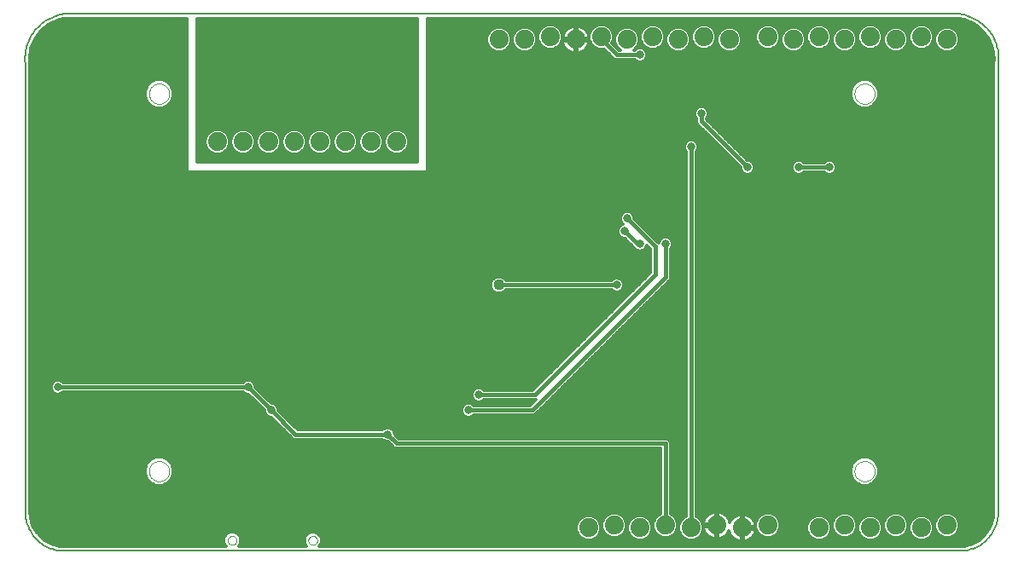
<source format=gbl>
G75*
%MOIN*%
%OFA0B0*%
%FSLAX24Y24*%
%IPPOS*%
%LPD*%
%AMOC8*
5,1,8,0,0,1.08239X$1,22.5*
%
%ADD10C,0.0050*%
%ADD11C,0.0000*%
%ADD12C,0.0740*%
%ADD13C,0.0160*%
%ADD14C,0.0330*%
%ADD15C,0.0436*%
%ADD16C,0.0120*%
D10*
X016260Y007643D02*
X016260Y025143D01*
X016250Y025224D01*
X016244Y025306D01*
X016242Y025387D01*
X016244Y025469D01*
X016249Y025550D01*
X016258Y025631D01*
X016271Y025712D01*
X016288Y025792D01*
X016308Y025871D01*
X016332Y025949D01*
X016359Y026026D01*
X016390Y026102D01*
X016425Y026176D01*
X016463Y026248D01*
X016504Y026319D01*
X016548Y026387D01*
X016596Y026454D01*
X016646Y026518D01*
X016700Y026580D01*
X016756Y026639D01*
X016815Y026696D01*
X016876Y026749D01*
X016940Y026800D01*
X017006Y026848D01*
X017074Y026893D01*
X017145Y026935D01*
X017217Y026973D01*
X017291Y027008D01*
X017366Y027039D01*
X017443Y027067D01*
X017521Y027092D01*
X017600Y027113D01*
X017679Y027130D01*
X017760Y027143D01*
X052760Y027143D01*
X052841Y027130D01*
X052920Y027113D01*
X052999Y027092D01*
X053077Y027067D01*
X053154Y027039D01*
X053229Y027008D01*
X053303Y026973D01*
X053375Y026935D01*
X053446Y026893D01*
X053514Y026848D01*
X053580Y026800D01*
X053644Y026749D01*
X053705Y026696D01*
X053764Y026639D01*
X053820Y026580D01*
X053874Y026518D01*
X053924Y026454D01*
X053972Y026387D01*
X054016Y026319D01*
X054057Y026248D01*
X054095Y026176D01*
X054130Y026102D01*
X054161Y026026D01*
X054188Y025949D01*
X054212Y025871D01*
X054232Y025792D01*
X054249Y025712D01*
X054262Y025631D01*
X054271Y025550D01*
X054276Y025469D01*
X054278Y025387D01*
X054276Y025306D01*
X054270Y025224D01*
X054260Y025143D01*
X054260Y007643D01*
X054258Y007567D01*
X054252Y007491D01*
X054243Y007416D01*
X054229Y007341D01*
X054212Y007267D01*
X054191Y007194D01*
X054167Y007122D01*
X054138Y007051D01*
X054107Y006982D01*
X054072Y006915D01*
X054033Y006850D01*
X053991Y006786D01*
X053946Y006725D01*
X053898Y006666D01*
X053847Y006610D01*
X053793Y006556D01*
X053737Y006505D01*
X053678Y006457D01*
X053617Y006412D01*
X053553Y006370D01*
X053488Y006331D01*
X053421Y006296D01*
X053352Y006265D01*
X053281Y006236D01*
X053209Y006212D01*
X053136Y006191D01*
X053062Y006174D01*
X052987Y006160D01*
X052912Y006151D01*
X052836Y006145D01*
X052760Y006143D01*
X017760Y006143D01*
X017684Y006145D01*
X017608Y006151D01*
X017533Y006160D01*
X017458Y006174D01*
X017384Y006191D01*
X017311Y006212D01*
X017239Y006236D01*
X017168Y006265D01*
X017099Y006296D01*
X017032Y006331D01*
X016967Y006370D01*
X016903Y006412D01*
X016842Y006457D01*
X016783Y006505D01*
X016727Y006556D01*
X016673Y006610D01*
X016622Y006666D01*
X016574Y006725D01*
X016529Y006786D01*
X016487Y006850D01*
X016448Y006915D01*
X016413Y006982D01*
X016382Y007051D01*
X016353Y007122D01*
X016329Y007194D01*
X016308Y007267D01*
X016291Y007341D01*
X016277Y007416D01*
X016268Y007491D01*
X016262Y007567D01*
X016260Y007643D01*
D11*
X021086Y009261D02*
X021088Y009300D01*
X021094Y009339D01*
X021104Y009377D01*
X021117Y009414D01*
X021134Y009449D01*
X021154Y009483D01*
X021178Y009514D01*
X021205Y009543D01*
X021234Y009569D01*
X021266Y009592D01*
X021300Y009612D01*
X021336Y009628D01*
X021373Y009640D01*
X021412Y009649D01*
X021451Y009654D01*
X021490Y009655D01*
X021529Y009652D01*
X021568Y009645D01*
X021605Y009634D01*
X021642Y009620D01*
X021677Y009602D01*
X021710Y009581D01*
X021741Y009556D01*
X021769Y009529D01*
X021794Y009499D01*
X021816Y009466D01*
X021835Y009432D01*
X021850Y009396D01*
X021862Y009358D01*
X021870Y009320D01*
X021874Y009281D01*
X021874Y009241D01*
X021870Y009202D01*
X021862Y009164D01*
X021850Y009126D01*
X021835Y009090D01*
X021816Y009056D01*
X021794Y009023D01*
X021769Y008993D01*
X021741Y008966D01*
X021710Y008941D01*
X021677Y008920D01*
X021642Y008902D01*
X021605Y008888D01*
X021568Y008877D01*
X021529Y008870D01*
X021490Y008867D01*
X021451Y008868D01*
X021412Y008873D01*
X021373Y008882D01*
X021336Y008894D01*
X021300Y008910D01*
X021266Y008930D01*
X021234Y008953D01*
X021205Y008979D01*
X021178Y009008D01*
X021154Y009039D01*
X021134Y009073D01*
X021117Y009108D01*
X021104Y009145D01*
X021094Y009183D01*
X021088Y009222D01*
X021086Y009261D01*
X024161Y006552D02*
X024163Y006578D01*
X024169Y006604D01*
X024178Y006628D01*
X024191Y006651D01*
X024208Y006671D01*
X024227Y006689D01*
X024249Y006704D01*
X024272Y006715D01*
X024297Y006723D01*
X024323Y006727D01*
X024349Y006727D01*
X024375Y006723D01*
X024400Y006715D01*
X024424Y006704D01*
X024445Y006689D01*
X024464Y006671D01*
X024481Y006651D01*
X024494Y006628D01*
X024503Y006604D01*
X024509Y006578D01*
X024511Y006552D01*
X024509Y006526D01*
X024503Y006500D01*
X024494Y006476D01*
X024481Y006453D01*
X024464Y006433D01*
X024445Y006415D01*
X024423Y006400D01*
X024400Y006389D01*
X024375Y006381D01*
X024349Y006377D01*
X024323Y006377D01*
X024297Y006381D01*
X024272Y006389D01*
X024248Y006400D01*
X024227Y006415D01*
X024208Y006433D01*
X024191Y006453D01*
X024178Y006476D01*
X024169Y006500D01*
X024163Y006526D01*
X024161Y006552D01*
X027310Y006552D02*
X027312Y006578D01*
X027318Y006604D01*
X027327Y006628D01*
X027340Y006651D01*
X027357Y006671D01*
X027376Y006689D01*
X027398Y006704D01*
X027421Y006715D01*
X027446Y006723D01*
X027472Y006727D01*
X027498Y006727D01*
X027524Y006723D01*
X027549Y006715D01*
X027573Y006704D01*
X027594Y006689D01*
X027613Y006671D01*
X027630Y006651D01*
X027643Y006628D01*
X027652Y006604D01*
X027658Y006578D01*
X027660Y006552D01*
X027658Y006526D01*
X027652Y006500D01*
X027643Y006476D01*
X027630Y006453D01*
X027613Y006433D01*
X027594Y006415D01*
X027572Y006400D01*
X027549Y006389D01*
X027524Y006381D01*
X027498Y006377D01*
X027472Y006377D01*
X027446Y006381D01*
X027421Y006389D01*
X027397Y006400D01*
X027376Y006415D01*
X027357Y006433D01*
X027340Y006453D01*
X027327Y006476D01*
X027318Y006500D01*
X027312Y006526D01*
X027310Y006552D01*
X048645Y009261D02*
X048647Y009300D01*
X048653Y009339D01*
X048663Y009377D01*
X048676Y009414D01*
X048693Y009449D01*
X048713Y009483D01*
X048737Y009514D01*
X048764Y009543D01*
X048793Y009569D01*
X048825Y009592D01*
X048859Y009612D01*
X048895Y009628D01*
X048932Y009640D01*
X048971Y009649D01*
X049010Y009654D01*
X049049Y009655D01*
X049088Y009652D01*
X049127Y009645D01*
X049164Y009634D01*
X049201Y009620D01*
X049236Y009602D01*
X049269Y009581D01*
X049300Y009556D01*
X049328Y009529D01*
X049353Y009499D01*
X049375Y009466D01*
X049394Y009432D01*
X049409Y009396D01*
X049421Y009358D01*
X049429Y009320D01*
X049433Y009281D01*
X049433Y009241D01*
X049429Y009202D01*
X049421Y009164D01*
X049409Y009126D01*
X049394Y009090D01*
X049375Y009056D01*
X049353Y009023D01*
X049328Y008993D01*
X049300Y008966D01*
X049269Y008941D01*
X049236Y008920D01*
X049201Y008902D01*
X049164Y008888D01*
X049127Y008877D01*
X049088Y008870D01*
X049049Y008867D01*
X049010Y008868D01*
X048971Y008873D01*
X048932Y008882D01*
X048895Y008894D01*
X048859Y008910D01*
X048825Y008930D01*
X048793Y008953D01*
X048764Y008979D01*
X048737Y009008D01*
X048713Y009039D01*
X048693Y009073D01*
X048676Y009108D01*
X048663Y009145D01*
X048653Y009183D01*
X048647Y009222D01*
X048645Y009261D01*
X048645Y024025D02*
X048647Y024064D01*
X048653Y024103D01*
X048663Y024141D01*
X048676Y024178D01*
X048693Y024213D01*
X048713Y024247D01*
X048737Y024278D01*
X048764Y024307D01*
X048793Y024333D01*
X048825Y024356D01*
X048859Y024376D01*
X048895Y024392D01*
X048932Y024404D01*
X048971Y024413D01*
X049010Y024418D01*
X049049Y024419D01*
X049088Y024416D01*
X049127Y024409D01*
X049164Y024398D01*
X049201Y024384D01*
X049236Y024366D01*
X049269Y024345D01*
X049300Y024320D01*
X049328Y024293D01*
X049353Y024263D01*
X049375Y024230D01*
X049394Y024196D01*
X049409Y024160D01*
X049421Y024122D01*
X049429Y024084D01*
X049433Y024045D01*
X049433Y024005D01*
X049429Y023966D01*
X049421Y023928D01*
X049409Y023890D01*
X049394Y023854D01*
X049375Y023820D01*
X049353Y023787D01*
X049328Y023757D01*
X049300Y023730D01*
X049269Y023705D01*
X049236Y023684D01*
X049201Y023666D01*
X049164Y023652D01*
X049127Y023641D01*
X049088Y023634D01*
X049049Y023631D01*
X049010Y023632D01*
X048971Y023637D01*
X048932Y023646D01*
X048895Y023658D01*
X048859Y023674D01*
X048825Y023694D01*
X048793Y023717D01*
X048764Y023743D01*
X048737Y023772D01*
X048713Y023803D01*
X048693Y023837D01*
X048676Y023872D01*
X048663Y023909D01*
X048653Y023947D01*
X048647Y023986D01*
X048645Y024025D01*
X021086Y024025D02*
X021088Y024064D01*
X021094Y024103D01*
X021104Y024141D01*
X021117Y024178D01*
X021134Y024213D01*
X021154Y024247D01*
X021178Y024278D01*
X021205Y024307D01*
X021234Y024333D01*
X021266Y024356D01*
X021300Y024376D01*
X021336Y024392D01*
X021373Y024404D01*
X021412Y024413D01*
X021451Y024418D01*
X021490Y024419D01*
X021529Y024416D01*
X021568Y024409D01*
X021605Y024398D01*
X021642Y024384D01*
X021677Y024366D01*
X021710Y024345D01*
X021741Y024320D01*
X021769Y024293D01*
X021794Y024263D01*
X021816Y024230D01*
X021835Y024196D01*
X021850Y024160D01*
X021862Y024122D01*
X021870Y024084D01*
X021874Y024045D01*
X021874Y024005D01*
X021870Y023966D01*
X021862Y023928D01*
X021850Y023890D01*
X021835Y023854D01*
X021816Y023820D01*
X021794Y023787D01*
X021769Y023757D01*
X021741Y023730D01*
X021710Y023705D01*
X021677Y023684D01*
X021642Y023666D01*
X021605Y023652D01*
X021568Y023641D01*
X021529Y023634D01*
X021490Y023631D01*
X021451Y023632D01*
X021412Y023637D01*
X021373Y023646D01*
X021336Y023658D01*
X021300Y023674D01*
X021266Y023694D01*
X021234Y023717D01*
X021205Y023743D01*
X021178Y023772D01*
X021154Y023803D01*
X021134Y023837D01*
X021117Y023872D01*
X021104Y023909D01*
X021094Y023947D01*
X021088Y023986D01*
X021086Y024025D01*
D12*
X023760Y022143D03*
X024760Y022143D03*
X025760Y022143D03*
X026760Y022143D03*
X027760Y022143D03*
X028760Y022143D03*
X029760Y022143D03*
X030760Y022143D03*
X034760Y026143D03*
X035760Y026143D03*
X036760Y026243D03*
X037760Y026143D03*
X038760Y026243D03*
X039760Y026143D03*
X040760Y026243D03*
X041760Y026143D03*
X042760Y026243D03*
X043760Y026143D03*
X045260Y026243D03*
X046260Y026143D03*
X047260Y026243D03*
X048260Y026143D03*
X049260Y026243D03*
X050260Y026143D03*
X051260Y026243D03*
X052260Y026143D03*
X052260Y007143D03*
X051260Y007043D03*
X050260Y007143D03*
X049260Y007043D03*
X048260Y007143D03*
X047260Y007043D03*
X045260Y007143D03*
X044260Y007043D03*
X043260Y007143D03*
X042260Y007043D03*
X041260Y007143D03*
X040260Y007043D03*
X039260Y007143D03*
X038260Y007043D03*
D13*
X041260Y007143D02*
X041260Y010343D01*
X030760Y010343D01*
X030410Y010693D01*
X026810Y010693D01*
X025860Y011643D01*
X024960Y012543D01*
X017525Y012543D01*
X033560Y011643D02*
X036060Y011643D01*
X041260Y016843D01*
X041260Y018143D01*
X040860Y018043D02*
X040860Y016943D01*
X036160Y012243D01*
X033960Y012243D01*
X034760Y016543D02*
X039360Y016543D01*
X040860Y018043D02*
X039760Y019143D01*
X039660Y018643D02*
X040160Y018143D01*
X040260Y018143D01*
X044460Y021143D02*
X042660Y022943D01*
X042660Y023243D01*
X042260Y021943D02*
X042260Y007043D01*
X046460Y021143D02*
X047660Y021143D01*
X040260Y025543D02*
X039360Y025543D01*
X038760Y026143D01*
X038760Y026243D01*
D14*
X040260Y025543D03*
X042360Y024843D03*
X042560Y023743D03*
X042660Y023243D03*
X042260Y021943D03*
X044460Y021143D03*
X045260Y021843D03*
X046460Y021143D03*
X047660Y021143D03*
X048760Y021943D03*
X051360Y024443D03*
X047660Y024743D03*
X046160Y024743D03*
X038460Y024443D03*
X031260Y025943D03*
X028960Y025343D03*
X030760Y023643D03*
X027560Y022843D03*
X024460Y022943D03*
X024260Y021543D03*
X023160Y024443D03*
X025760Y025543D03*
X017860Y023843D03*
X016860Y019543D03*
X019260Y019343D03*
X018060Y017343D03*
X018960Y016643D03*
X018760Y015143D03*
X016860Y013943D03*
X018760Y013143D03*
X017525Y012543D03*
X020260Y011643D03*
X022760Y011643D03*
X024960Y012543D03*
X025860Y011643D03*
X028060Y011143D03*
X030410Y010693D03*
X032060Y011043D03*
X033560Y011643D03*
X033960Y012243D03*
X033660Y013543D03*
X036560Y013743D03*
X037560Y015543D03*
X038660Y015943D03*
X039360Y016543D03*
X041560Y016143D03*
X043760Y017043D03*
X041260Y018143D03*
X040260Y018143D03*
X039660Y018643D03*
X039760Y019143D03*
X038260Y019843D03*
X041760Y019243D03*
X042960Y019543D03*
X048160Y017543D03*
X052260Y019543D03*
X053660Y020043D03*
X053760Y013843D03*
X051560Y013843D03*
X049860Y011143D03*
X046860Y010243D03*
X047560Y008843D03*
X046160Y007543D03*
X044160Y008743D03*
X043260Y010243D03*
X041660Y011143D03*
X039860Y009943D03*
X039760Y008743D03*
X041760Y008743D03*
X036060Y009843D03*
X036160Y011043D03*
X033160Y008743D03*
X024160Y008743D03*
X019760Y009643D03*
X018760Y007143D03*
X021560Y013143D03*
X052760Y008743D03*
D15*
X034760Y016543D03*
D16*
X035015Y016334D02*
X039180Y016334D01*
X039161Y016353D02*
X039204Y016310D01*
X039305Y016268D01*
X039414Y016268D01*
X039515Y016310D01*
X039593Y016388D01*
X039635Y016489D01*
X039635Y016598D01*
X039593Y016699D01*
X039515Y016776D01*
X039414Y016818D01*
X039305Y016818D01*
X039204Y016776D01*
X039161Y016733D01*
X035034Y016733D01*
X034945Y016821D01*
X034825Y016871D01*
X034694Y016871D01*
X034574Y016821D01*
X034481Y016729D01*
X034431Y016609D01*
X034431Y016478D01*
X034481Y016357D01*
X034574Y016265D01*
X034694Y016215D01*
X034825Y016215D01*
X034945Y016265D01*
X035034Y016353D01*
X039161Y016353D01*
X039539Y016334D02*
X039982Y016334D01*
X039863Y016216D02*
X034826Y016216D01*
X034693Y016216D02*
X016445Y016216D01*
X016445Y016334D02*
X034504Y016334D01*
X034442Y016453D02*
X016445Y016453D01*
X016445Y016571D02*
X034431Y016571D01*
X034465Y016690D02*
X016445Y016690D01*
X016445Y016808D02*
X034561Y016808D01*
X034959Y016808D02*
X039281Y016808D01*
X039438Y016808D02*
X040456Y016808D01*
X040337Y016690D02*
X039596Y016690D01*
X039635Y016571D02*
X040219Y016571D01*
X040100Y016453D02*
X039620Y016453D01*
X039745Y016097D02*
X016445Y016097D01*
X016445Y015979D02*
X039626Y015979D01*
X039508Y015860D02*
X016445Y015860D01*
X016445Y015742D02*
X039389Y015742D01*
X039271Y015623D02*
X016445Y015623D01*
X016445Y015505D02*
X039152Y015505D01*
X039034Y015386D02*
X016445Y015386D01*
X016445Y015268D02*
X038915Y015268D01*
X038797Y015149D02*
X016445Y015149D01*
X016445Y015031D02*
X038678Y015031D01*
X038560Y014912D02*
X016445Y014912D01*
X016445Y014794D02*
X038441Y014794D01*
X038323Y014675D02*
X016445Y014675D01*
X016445Y014557D02*
X038204Y014557D01*
X038086Y014438D02*
X016445Y014438D01*
X016445Y014320D02*
X037967Y014320D01*
X037849Y014201D02*
X016445Y014201D01*
X016445Y014083D02*
X037730Y014083D01*
X037612Y013964D02*
X016445Y013964D01*
X016445Y013846D02*
X037493Y013846D01*
X037375Y013727D02*
X016445Y013727D01*
X016445Y013609D02*
X037256Y013609D01*
X037138Y013490D02*
X016445Y013490D01*
X016445Y013372D02*
X037019Y013372D01*
X036901Y013253D02*
X016445Y013253D01*
X016445Y013135D02*
X036782Y013135D01*
X036664Y013016D02*
X016445Y013016D01*
X016445Y012898D02*
X036545Y012898D01*
X036427Y012779D02*
X025108Y012779D01*
X025115Y012776D02*
X025014Y012818D01*
X024905Y012818D01*
X024804Y012776D01*
X024761Y012733D01*
X017724Y012733D01*
X017681Y012776D01*
X017580Y012818D01*
X017470Y012818D01*
X017369Y012776D01*
X017292Y012699D01*
X017250Y012598D01*
X017250Y012489D01*
X017292Y012388D01*
X017369Y012310D01*
X017470Y012268D01*
X017580Y012268D01*
X017681Y012310D01*
X017724Y012353D01*
X024761Y012353D01*
X024804Y012310D01*
X024905Y012268D01*
X024966Y012268D01*
X025585Y011650D01*
X025585Y011589D01*
X025626Y011488D01*
X025704Y011410D01*
X025805Y011368D01*
X025866Y011368D01*
X026731Y010503D01*
X030211Y010503D01*
X030254Y010460D01*
X030355Y010418D01*
X030416Y010418D01*
X030681Y010153D01*
X041070Y010153D01*
X041070Y007584D01*
X040988Y007550D01*
X040853Y007415D01*
X040780Y007239D01*
X040780Y007048D01*
X040853Y006871D01*
X040988Y006736D01*
X041164Y006663D01*
X041355Y006663D01*
X041531Y006736D01*
X041666Y006871D01*
X041740Y007048D01*
X041740Y007239D01*
X041666Y007415D01*
X041531Y007550D01*
X041450Y007584D01*
X041450Y010422D01*
X041338Y010533D01*
X030838Y010533D01*
X030685Y010687D01*
X030685Y010748D01*
X030643Y010849D01*
X030565Y010926D01*
X030464Y010968D01*
X030355Y010968D01*
X030254Y010926D01*
X030211Y010883D01*
X026888Y010883D01*
X026135Y011637D01*
X026135Y011698D01*
X026093Y011799D01*
X026015Y011876D01*
X025914Y011918D01*
X025853Y011918D01*
X025235Y012537D01*
X025235Y012598D01*
X025193Y012699D01*
X025115Y012776D01*
X025208Y012661D02*
X036308Y012661D01*
X036190Y012542D02*
X025235Y012542D01*
X025348Y012424D02*
X033751Y012424D01*
X033726Y012399D02*
X033685Y012298D01*
X033685Y012189D01*
X033726Y012088D01*
X033804Y012010D01*
X033905Y011968D01*
X034014Y011968D01*
X034115Y012010D01*
X034158Y012053D01*
X036201Y012053D01*
X035981Y011833D01*
X033758Y011833D01*
X033715Y011876D01*
X033614Y011918D01*
X033505Y011918D01*
X033404Y011876D01*
X033326Y011799D01*
X033285Y011698D01*
X033285Y011589D01*
X033326Y011488D01*
X033404Y011410D01*
X033505Y011368D01*
X033614Y011368D01*
X033715Y011410D01*
X033758Y011453D01*
X036138Y011453D01*
X036250Y011565D01*
X041450Y016765D01*
X041450Y017944D01*
X041493Y017988D01*
X041535Y018089D01*
X041535Y018198D01*
X041493Y018299D01*
X041415Y018376D01*
X041314Y018418D01*
X041205Y018418D01*
X041104Y018376D01*
X041026Y018299D01*
X040985Y018198D01*
X040985Y018187D01*
X040938Y018233D01*
X040035Y019137D01*
X040035Y019198D01*
X039993Y019299D01*
X039915Y019376D01*
X039814Y019418D01*
X039705Y019418D01*
X039604Y019376D01*
X039526Y019299D01*
X039485Y019198D01*
X039485Y019089D01*
X039526Y018988D01*
X039598Y018916D01*
X039504Y018876D01*
X039426Y018799D01*
X039385Y018698D01*
X039385Y018589D01*
X039426Y018488D01*
X039504Y018410D01*
X039605Y018368D01*
X039666Y018368D01*
X040012Y018022D01*
X040026Y017988D01*
X040104Y017910D01*
X040205Y017868D01*
X040314Y017868D01*
X040415Y017910D01*
X040493Y017988D01*
X040535Y018089D01*
X040535Y018100D01*
X040670Y017965D01*
X040670Y017022D01*
X036081Y012433D01*
X034158Y012433D01*
X034115Y012476D01*
X034014Y012518D01*
X033905Y012518D01*
X033804Y012476D01*
X033726Y012399D01*
X033688Y012305D02*
X025466Y012305D01*
X025585Y012187D02*
X033685Y012187D01*
X033746Y012068D02*
X025703Y012068D01*
X025822Y011950D02*
X036097Y011950D01*
X036398Y011713D02*
X042070Y011713D01*
X042070Y011831D02*
X036516Y011831D01*
X036635Y011950D02*
X042070Y011950D01*
X042070Y012068D02*
X036753Y012068D01*
X036872Y012187D02*
X042070Y012187D01*
X042070Y012305D02*
X036990Y012305D01*
X037109Y012424D02*
X042070Y012424D01*
X042070Y012542D02*
X037227Y012542D01*
X037346Y012661D02*
X042070Y012661D01*
X042070Y012779D02*
X037464Y012779D01*
X037583Y012898D02*
X042070Y012898D01*
X042070Y013016D02*
X037701Y013016D01*
X037820Y013135D02*
X042070Y013135D01*
X042070Y013253D02*
X037938Y013253D01*
X038057Y013372D02*
X042070Y013372D01*
X042070Y013490D02*
X038175Y013490D01*
X038294Y013609D02*
X042070Y013609D01*
X042070Y013727D02*
X038412Y013727D01*
X038531Y013846D02*
X042070Y013846D01*
X042070Y013964D02*
X038649Y013964D01*
X038768Y014083D02*
X042070Y014083D01*
X042070Y014201D02*
X038886Y014201D01*
X039005Y014320D02*
X042070Y014320D01*
X042070Y014438D02*
X039123Y014438D01*
X039242Y014557D02*
X042070Y014557D01*
X042070Y014675D02*
X039360Y014675D01*
X039479Y014794D02*
X042070Y014794D01*
X042070Y014912D02*
X039597Y014912D01*
X039716Y015031D02*
X042070Y015031D01*
X042070Y015149D02*
X039834Y015149D01*
X039953Y015268D02*
X042070Y015268D01*
X042070Y015386D02*
X040071Y015386D01*
X040190Y015505D02*
X042070Y015505D01*
X042070Y015623D02*
X040308Y015623D01*
X040427Y015742D02*
X042070Y015742D01*
X042070Y015860D02*
X040545Y015860D01*
X040664Y015979D02*
X042070Y015979D01*
X042070Y016097D02*
X040782Y016097D01*
X040901Y016216D02*
X042070Y016216D01*
X042070Y016334D02*
X041019Y016334D01*
X041138Y016453D02*
X042070Y016453D01*
X042070Y016571D02*
X041256Y016571D01*
X041375Y016690D02*
X042070Y016690D01*
X042070Y016808D02*
X041450Y016808D01*
X041450Y016927D02*
X042070Y016927D01*
X042070Y017045D02*
X041450Y017045D01*
X041450Y017164D02*
X042070Y017164D01*
X042070Y017282D02*
X041450Y017282D01*
X041450Y017401D02*
X042070Y017401D01*
X042070Y017519D02*
X041450Y017519D01*
X041450Y017638D02*
X042070Y017638D01*
X042070Y017756D02*
X041450Y017756D01*
X041450Y017875D02*
X042070Y017875D01*
X042070Y017993D02*
X041495Y017993D01*
X041535Y018112D02*
X042070Y018112D01*
X042070Y018230D02*
X041521Y018230D01*
X041443Y018349D02*
X042070Y018349D01*
X042070Y018467D02*
X040704Y018467D01*
X040823Y018349D02*
X041076Y018349D01*
X040998Y018230D02*
X040941Y018230D01*
X040641Y017993D02*
X040495Y017993D01*
X040330Y017875D02*
X040670Y017875D01*
X040670Y017756D02*
X016445Y017756D01*
X016445Y017638D02*
X040670Y017638D01*
X040670Y017519D02*
X016445Y017519D01*
X016445Y017401D02*
X040670Y017401D01*
X040670Y017282D02*
X016445Y017282D01*
X016445Y017164D02*
X040670Y017164D01*
X040670Y017045D02*
X016445Y017045D01*
X016445Y016927D02*
X040574Y016927D01*
X040189Y017875D02*
X016445Y017875D01*
X016445Y017993D02*
X040024Y017993D01*
X039922Y018112D02*
X016445Y018112D01*
X016445Y018230D02*
X039804Y018230D01*
X039685Y018349D02*
X016445Y018349D01*
X016445Y018467D02*
X039447Y018467D01*
X039386Y018586D02*
X016445Y018586D01*
X016445Y018704D02*
X039387Y018704D01*
X039450Y018823D02*
X016445Y018823D01*
X016445Y018941D02*
X039573Y018941D01*
X039496Y019060D02*
X016445Y019060D01*
X016445Y019178D02*
X039485Y019178D01*
X039525Y019297D02*
X016445Y019297D01*
X016445Y019415D02*
X039698Y019415D01*
X039821Y019415D02*
X042070Y019415D01*
X042070Y019297D02*
X039994Y019297D01*
X040035Y019178D02*
X042070Y019178D01*
X042070Y019060D02*
X040112Y019060D01*
X040230Y018941D02*
X042070Y018941D01*
X042070Y018823D02*
X040349Y018823D01*
X040467Y018704D02*
X042070Y018704D01*
X042070Y018586D02*
X040586Y018586D01*
X042070Y019534D02*
X016445Y019534D01*
X016445Y019652D02*
X042070Y019652D01*
X042070Y019771D02*
X016445Y019771D01*
X016445Y019889D02*
X042070Y019889D01*
X042070Y020008D02*
X016445Y020008D01*
X016445Y020126D02*
X042070Y020126D01*
X042070Y020245D02*
X016445Y020245D01*
X016445Y020363D02*
X042070Y020363D01*
X042070Y020482D02*
X016445Y020482D01*
X016445Y020600D02*
X042070Y020600D01*
X042070Y020719D02*
X016445Y020719D01*
X016445Y020837D02*
X042070Y020837D01*
X042070Y020956D02*
X031960Y020956D01*
X031960Y020943D02*
X031960Y026958D01*
X052742Y026958D01*
X052936Y026918D01*
X053316Y026755D01*
X053641Y026500D01*
X053889Y026170D01*
X052740Y026170D01*
X052740Y026239D02*
X052740Y026048D01*
X052666Y025871D01*
X052531Y025736D01*
X052355Y025663D01*
X052164Y025663D01*
X051988Y025736D01*
X051853Y025871D01*
X051780Y026048D01*
X051780Y026239D01*
X051853Y026415D01*
X051988Y026550D01*
X052164Y026623D01*
X052355Y026623D01*
X052531Y026550D01*
X052666Y026415D01*
X052740Y026239D01*
X052719Y026288D02*
X053800Y026288D01*
X053889Y026170D02*
X054043Y025786D01*
X054092Y025376D01*
X054081Y025226D01*
X054075Y025220D01*
X054075Y025156D01*
X054066Y025094D01*
X054075Y025082D01*
X054075Y007643D01*
X054063Y007472D01*
X053974Y007140D01*
X053803Y006843D01*
X053560Y006600D01*
X053263Y006428D01*
X052931Y006340D01*
X052760Y006328D01*
X027736Y006328D01*
X027769Y006362D01*
X027820Y006485D01*
X027820Y006619D01*
X027769Y006742D01*
X027675Y006836D01*
X027552Y006887D01*
X027419Y006887D01*
X027296Y006836D01*
X027201Y006742D01*
X027150Y006619D01*
X027150Y006485D01*
X027201Y006362D01*
X027235Y006328D01*
X024586Y006328D01*
X024620Y006362D01*
X024671Y006485D01*
X024671Y006619D01*
X024620Y006742D01*
X024526Y006836D01*
X024403Y006887D01*
X024269Y006887D01*
X024146Y006836D01*
X024052Y006742D01*
X024001Y006619D01*
X024001Y006485D01*
X024052Y006362D01*
X024086Y006328D01*
X017760Y006328D01*
X017588Y006340D01*
X017256Y006428D01*
X016959Y006600D01*
X016716Y006843D01*
X016545Y007140D01*
X016456Y007472D01*
X016445Y007643D01*
X016445Y025082D01*
X016453Y025094D01*
X016445Y025156D01*
X016445Y025220D01*
X016438Y025226D01*
X016427Y025376D01*
X016476Y025786D01*
X016630Y026170D01*
X022560Y026170D01*
X022560Y026288D02*
X016719Y026288D01*
X016630Y026170D02*
X016878Y026500D01*
X017203Y026755D01*
X017583Y026918D01*
X017777Y026958D01*
X022560Y026958D01*
X022560Y020943D01*
X031960Y020943D01*
X031960Y021074D02*
X042070Y021074D01*
X042070Y021193D02*
X031960Y021193D01*
X031960Y021311D02*
X042070Y021311D01*
X042070Y021430D02*
X031960Y021430D01*
X031960Y021548D02*
X042070Y021548D01*
X042070Y021667D02*
X031960Y021667D01*
X031960Y021785D02*
X042029Y021785D01*
X042026Y021788D02*
X042070Y021744D01*
X042070Y007484D01*
X041988Y007450D01*
X041853Y007315D01*
X041780Y007139D01*
X041780Y006948D01*
X041853Y006771D01*
X041988Y006636D01*
X042164Y006563D01*
X042355Y006563D01*
X042531Y006636D01*
X042666Y006771D01*
X042740Y006948D01*
X042740Y007038D01*
X042743Y007019D01*
X042768Y006940D01*
X042806Y006866D01*
X042855Y006798D01*
X042914Y006739D01*
X042982Y006690D01*
X043056Y006652D01*
X043135Y006626D01*
X043218Y006613D01*
X043220Y006613D01*
X043220Y007103D01*
X043300Y007103D01*
X043300Y006613D01*
X043301Y006613D01*
X043384Y006626D01*
X043463Y006652D01*
X043537Y006690D01*
X043605Y006739D01*
X043664Y006798D01*
X043713Y006866D01*
X043742Y006923D01*
X043743Y006919D01*
X043768Y006840D01*
X043806Y006766D01*
X043855Y006698D01*
X043914Y006639D01*
X043982Y006590D01*
X044056Y006552D01*
X044135Y006526D01*
X044218Y006513D01*
X044220Y006513D01*
X044220Y007003D01*
X044300Y007003D01*
X044300Y007083D01*
X044780Y007083D01*
X044780Y007048D01*
X044853Y006871D01*
X044988Y006736D01*
X045164Y006663D01*
X045355Y006663D01*
X045531Y006736D01*
X045666Y006871D01*
X045740Y007048D01*
X045740Y007239D01*
X045666Y007415D01*
X045531Y007550D01*
X045355Y007623D01*
X045164Y007623D01*
X044988Y007550D01*
X044853Y007415D01*
X044780Y007239D01*
X044780Y007148D01*
X044776Y007167D01*
X044751Y007247D01*
X044713Y007321D01*
X044664Y007389D01*
X044605Y007448D01*
X044537Y007497D01*
X044463Y007534D01*
X044384Y007560D01*
X044301Y007573D01*
X044300Y007573D01*
X044300Y007083D01*
X044220Y007083D01*
X044220Y007573D01*
X044218Y007573D01*
X044135Y007560D01*
X044056Y007534D01*
X043982Y007497D01*
X043914Y007448D01*
X043855Y007389D01*
X043806Y007321D01*
X043777Y007264D01*
X043776Y007267D01*
X043751Y007347D01*
X043713Y007421D01*
X043664Y007489D01*
X043605Y007548D01*
X043537Y007597D01*
X043463Y007634D01*
X043384Y007660D01*
X043301Y007673D01*
X043300Y007673D01*
X043300Y007183D01*
X043220Y007183D01*
X043220Y007673D01*
X043218Y007673D01*
X043135Y007660D01*
X043056Y007634D01*
X042982Y007597D01*
X042914Y007548D01*
X042855Y007489D01*
X042806Y007421D01*
X042768Y007347D01*
X042743Y007267D01*
X042730Y007185D01*
X042730Y007183D01*
X043220Y007183D01*
X043220Y007103D01*
X042740Y007103D01*
X042740Y007139D01*
X042666Y007315D01*
X042531Y007450D01*
X042450Y007484D01*
X042450Y021744D01*
X042493Y021788D01*
X042535Y021889D01*
X042535Y021998D01*
X042493Y022099D01*
X042415Y022176D01*
X042314Y022218D01*
X042205Y022218D01*
X042104Y022176D01*
X042026Y022099D01*
X041985Y021998D01*
X041985Y021889D01*
X042026Y021788D01*
X041985Y021904D02*
X031960Y021904D01*
X031960Y022022D02*
X041995Y022022D01*
X042068Y022141D02*
X031960Y022141D01*
X031960Y022259D02*
X043075Y022259D01*
X043193Y022141D02*
X042451Y022141D01*
X042524Y022022D02*
X043312Y022022D01*
X043430Y021904D02*
X042535Y021904D01*
X042490Y021785D02*
X043549Y021785D01*
X043667Y021667D02*
X042450Y021667D01*
X042450Y021548D02*
X043786Y021548D01*
X043904Y021430D02*
X042450Y021430D01*
X042450Y021311D02*
X044023Y021311D01*
X044141Y021193D02*
X042450Y021193D01*
X042450Y021074D02*
X044190Y021074D01*
X044185Y021089D02*
X044226Y020988D01*
X044304Y020910D01*
X044405Y020868D01*
X044514Y020868D01*
X044615Y020910D01*
X044693Y020988D01*
X044735Y021089D01*
X044735Y021198D01*
X044693Y021299D01*
X044615Y021376D01*
X044514Y021418D01*
X044453Y021418D01*
X042850Y023022D01*
X042850Y023044D01*
X042893Y023088D01*
X042935Y023189D01*
X042935Y023298D01*
X042893Y023399D01*
X042815Y023476D01*
X042714Y023518D01*
X042605Y023518D01*
X042504Y023476D01*
X042426Y023399D01*
X042385Y023298D01*
X042385Y023189D01*
X042426Y023088D01*
X042470Y023044D01*
X042470Y022865D01*
X044185Y021150D01*
X044185Y021089D01*
X044258Y020956D02*
X042450Y020956D01*
X042450Y020837D02*
X054075Y020837D01*
X054075Y020719D02*
X042450Y020719D01*
X042450Y020600D02*
X054075Y020600D01*
X054075Y020482D02*
X042450Y020482D01*
X042450Y020363D02*
X054075Y020363D01*
X054075Y020245D02*
X042450Y020245D01*
X042450Y020126D02*
X054075Y020126D01*
X054075Y020008D02*
X042450Y020008D01*
X042450Y019889D02*
X054075Y019889D01*
X054075Y019771D02*
X042450Y019771D01*
X042450Y019652D02*
X054075Y019652D01*
X054075Y019534D02*
X042450Y019534D01*
X042450Y019415D02*
X054075Y019415D01*
X054075Y019297D02*
X042450Y019297D01*
X042450Y019178D02*
X054075Y019178D01*
X054075Y019060D02*
X042450Y019060D01*
X042450Y018941D02*
X054075Y018941D01*
X054075Y018823D02*
X042450Y018823D01*
X042450Y018704D02*
X054075Y018704D01*
X054075Y018586D02*
X042450Y018586D01*
X042450Y018467D02*
X054075Y018467D01*
X054075Y018349D02*
X042450Y018349D01*
X042450Y018230D02*
X054075Y018230D01*
X054075Y018112D02*
X042450Y018112D01*
X042450Y017993D02*
X054075Y017993D01*
X054075Y017875D02*
X042450Y017875D01*
X042450Y017756D02*
X054075Y017756D01*
X054075Y017638D02*
X042450Y017638D01*
X042450Y017519D02*
X054075Y017519D01*
X054075Y017401D02*
X042450Y017401D01*
X042450Y017282D02*
X054075Y017282D01*
X054075Y017164D02*
X042450Y017164D01*
X042450Y017045D02*
X054075Y017045D01*
X054075Y016927D02*
X042450Y016927D01*
X042450Y016808D02*
X054075Y016808D01*
X054075Y016690D02*
X042450Y016690D01*
X042450Y016571D02*
X054075Y016571D01*
X054075Y016453D02*
X042450Y016453D01*
X042450Y016334D02*
X054075Y016334D01*
X054075Y016216D02*
X042450Y016216D01*
X042450Y016097D02*
X054075Y016097D01*
X054075Y015979D02*
X042450Y015979D01*
X042450Y015860D02*
X054075Y015860D01*
X054075Y015742D02*
X042450Y015742D01*
X042450Y015623D02*
X054075Y015623D01*
X054075Y015505D02*
X042450Y015505D01*
X042450Y015386D02*
X054075Y015386D01*
X054075Y015268D02*
X042450Y015268D01*
X042450Y015149D02*
X054075Y015149D01*
X054075Y015031D02*
X042450Y015031D01*
X042450Y014912D02*
X054075Y014912D01*
X054075Y014794D02*
X042450Y014794D01*
X042450Y014675D02*
X054075Y014675D01*
X054075Y014557D02*
X042450Y014557D01*
X042450Y014438D02*
X054075Y014438D01*
X054075Y014320D02*
X042450Y014320D01*
X042450Y014201D02*
X054075Y014201D01*
X054075Y014083D02*
X042450Y014083D01*
X042450Y013964D02*
X054075Y013964D01*
X054075Y013846D02*
X042450Y013846D01*
X042450Y013727D02*
X054075Y013727D01*
X054075Y013609D02*
X042450Y013609D01*
X042450Y013490D02*
X054075Y013490D01*
X054075Y013372D02*
X042450Y013372D01*
X042450Y013253D02*
X054075Y013253D01*
X054075Y013135D02*
X042450Y013135D01*
X042450Y013016D02*
X054075Y013016D01*
X054075Y012898D02*
X042450Y012898D01*
X042450Y012779D02*
X054075Y012779D01*
X054075Y012661D02*
X042450Y012661D01*
X042450Y012542D02*
X054075Y012542D01*
X054075Y012424D02*
X042450Y012424D01*
X042450Y012305D02*
X054075Y012305D01*
X054075Y012187D02*
X042450Y012187D01*
X042450Y012068D02*
X054075Y012068D01*
X054075Y011950D02*
X042450Y011950D01*
X042450Y011831D02*
X054075Y011831D01*
X054075Y011713D02*
X042450Y011713D01*
X042450Y011594D02*
X054075Y011594D01*
X054075Y011476D02*
X042450Y011476D01*
X042450Y011357D02*
X054075Y011357D01*
X054075Y011239D02*
X042450Y011239D01*
X042450Y011120D02*
X054075Y011120D01*
X054075Y011002D02*
X042450Y011002D01*
X042450Y010883D02*
X054075Y010883D01*
X054075Y010765D02*
X042450Y010765D01*
X042450Y010646D02*
X054075Y010646D01*
X054075Y010528D02*
X042450Y010528D01*
X042450Y010409D02*
X054075Y010409D01*
X054075Y010291D02*
X042450Y010291D01*
X042450Y010172D02*
X054075Y010172D01*
X054075Y010054D02*
X042450Y010054D01*
X042450Y009935D02*
X054075Y009935D01*
X054075Y009817D02*
X042450Y009817D01*
X042450Y009698D02*
X048693Y009698D01*
X048725Y009731D02*
X048570Y009575D01*
X048485Y009372D01*
X048485Y009151D01*
X048570Y008948D01*
X048725Y008792D01*
X048929Y008708D01*
X049149Y008708D01*
X049353Y008792D01*
X049508Y008948D01*
X049593Y009151D01*
X049593Y009372D01*
X049508Y009575D01*
X049353Y009731D01*
X049149Y009815D01*
X048929Y009815D01*
X048725Y009731D01*
X048574Y009580D02*
X042450Y009580D01*
X042450Y009461D02*
X048523Y009461D01*
X048485Y009343D02*
X042450Y009343D01*
X042450Y009224D02*
X048485Y009224D01*
X048504Y009106D02*
X042450Y009106D01*
X042450Y008987D02*
X048553Y008987D01*
X048649Y008869D02*
X042450Y008869D01*
X042450Y008750D02*
X048826Y008750D01*
X049252Y008750D02*
X054075Y008750D01*
X054075Y008632D02*
X042450Y008632D01*
X042450Y008513D02*
X054075Y008513D01*
X054075Y008395D02*
X042450Y008395D01*
X042450Y008276D02*
X054075Y008276D01*
X054075Y008158D02*
X042450Y008158D01*
X042450Y008039D02*
X054075Y008039D01*
X054075Y007921D02*
X042450Y007921D01*
X042450Y007802D02*
X054075Y007802D01*
X054075Y007684D02*
X042450Y007684D01*
X042450Y007565D02*
X042939Y007565D01*
X042825Y007447D02*
X042535Y007447D01*
X042653Y007328D02*
X042762Y007328D01*
X042733Y007210D02*
X042710Y007210D01*
X042740Y006973D02*
X042758Y006973D01*
X042701Y006854D02*
X042814Y006854D01*
X042919Y006736D02*
X042631Y006736D01*
X042485Y006617D02*
X043193Y006617D01*
X043220Y006617D02*
X043300Y006617D01*
X043326Y006617D02*
X043944Y006617D01*
X043828Y006736D02*
X043600Y006736D01*
X043705Y006854D02*
X043764Y006854D01*
X044220Y006854D02*
X044300Y006854D01*
X044300Y006736D02*
X044220Y006736D01*
X044220Y006617D02*
X044300Y006617D01*
X044300Y006513D02*
X044301Y006513D01*
X044384Y006526D01*
X044463Y006552D01*
X044537Y006590D01*
X044605Y006639D01*
X044664Y006698D01*
X044713Y006766D01*
X044751Y006840D01*
X044776Y006919D01*
X044790Y007002D01*
X044790Y007003D01*
X044300Y007003D01*
X044300Y006513D01*
X044575Y006617D02*
X047034Y006617D01*
X046988Y006636D02*
X047164Y006563D01*
X047355Y006563D01*
X047531Y006636D01*
X047666Y006771D01*
X047740Y006948D01*
X047740Y007139D01*
X047666Y007315D01*
X047531Y007450D01*
X047355Y007523D01*
X047164Y007523D01*
X046988Y007450D01*
X046853Y007315D01*
X046780Y007139D01*
X046780Y006948D01*
X046853Y006771D01*
X046988Y006636D01*
X046888Y006736D02*
X045530Y006736D01*
X045649Y006854D02*
X046818Y006854D01*
X046780Y006973D02*
X045708Y006973D01*
X045740Y007091D02*
X046780Y007091D01*
X046809Y007210D02*
X045740Y007210D01*
X045702Y007328D02*
X046866Y007328D01*
X046984Y007447D02*
X045635Y007447D01*
X045495Y007565D02*
X048024Y007565D01*
X047988Y007550D02*
X047853Y007415D01*
X047780Y007239D01*
X047780Y007048D01*
X047853Y006871D01*
X047988Y006736D01*
X048164Y006663D01*
X048355Y006663D01*
X048531Y006736D01*
X048666Y006871D01*
X048740Y007048D01*
X048740Y007239D01*
X048666Y007415D01*
X048531Y007550D01*
X048355Y007623D01*
X048164Y007623D01*
X047988Y007550D01*
X047884Y007447D02*
X047535Y007447D01*
X047653Y007328D02*
X047817Y007328D01*
X047780Y007210D02*
X047710Y007210D01*
X047740Y007091D02*
X047780Y007091D01*
X047811Y006973D02*
X047740Y006973D01*
X047701Y006854D02*
X047870Y006854D01*
X047989Y006736D02*
X047631Y006736D01*
X047485Y006617D02*
X049034Y006617D01*
X048988Y006636D02*
X049164Y006563D01*
X049355Y006563D01*
X049531Y006636D01*
X049666Y006771D01*
X049740Y006948D01*
X049740Y007139D01*
X049666Y007315D01*
X049531Y007450D01*
X049355Y007523D01*
X049164Y007523D01*
X048988Y007450D01*
X048853Y007315D01*
X048780Y007139D01*
X048780Y006948D01*
X048853Y006771D01*
X048988Y006636D01*
X048888Y006736D02*
X048530Y006736D01*
X048649Y006854D02*
X048818Y006854D01*
X048780Y006973D02*
X048708Y006973D01*
X048740Y007091D02*
X048780Y007091D01*
X048809Y007210D02*
X048740Y007210D01*
X048702Y007328D02*
X048866Y007328D01*
X048984Y007447D02*
X048635Y007447D01*
X048495Y007565D02*
X050024Y007565D01*
X049988Y007550D02*
X049853Y007415D01*
X049780Y007239D01*
X049780Y007048D01*
X049853Y006871D01*
X049988Y006736D01*
X050164Y006663D01*
X050355Y006663D01*
X050531Y006736D01*
X050666Y006871D01*
X050740Y007048D01*
X050740Y007239D01*
X050666Y007415D01*
X050531Y007550D01*
X050355Y007623D01*
X050164Y007623D01*
X049988Y007550D01*
X049884Y007447D02*
X049535Y007447D01*
X049653Y007328D02*
X049817Y007328D01*
X049780Y007210D02*
X049710Y007210D01*
X049740Y007091D02*
X049780Y007091D01*
X049811Y006973D02*
X049740Y006973D01*
X049701Y006854D02*
X049870Y006854D01*
X049989Y006736D02*
X049631Y006736D01*
X049485Y006617D02*
X051034Y006617D01*
X050988Y006636D02*
X051164Y006563D01*
X051355Y006563D01*
X051531Y006636D01*
X051666Y006771D01*
X051740Y006948D01*
X051740Y007139D01*
X051666Y007315D01*
X051531Y007450D01*
X051355Y007523D01*
X051164Y007523D01*
X050988Y007450D01*
X050853Y007315D01*
X050780Y007139D01*
X050780Y006948D01*
X050853Y006771D01*
X050988Y006636D01*
X050888Y006736D02*
X050530Y006736D01*
X050649Y006854D02*
X050818Y006854D01*
X050780Y006973D02*
X050708Y006973D01*
X050740Y007091D02*
X050780Y007091D01*
X050809Y007210D02*
X050740Y007210D01*
X050702Y007328D02*
X050866Y007328D01*
X050984Y007447D02*
X050635Y007447D01*
X050495Y007565D02*
X052024Y007565D01*
X051988Y007550D02*
X051853Y007415D01*
X051780Y007239D01*
X051780Y007048D01*
X051853Y006871D01*
X051988Y006736D01*
X052164Y006663D01*
X052355Y006663D01*
X052531Y006736D01*
X052666Y006871D01*
X052740Y007048D01*
X052740Y007239D01*
X052666Y007415D01*
X052531Y007550D01*
X052355Y007623D01*
X052164Y007623D01*
X051988Y007550D01*
X051884Y007447D02*
X051535Y007447D01*
X051653Y007328D02*
X051817Y007328D01*
X051780Y007210D02*
X051710Y007210D01*
X051740Y007091D02*
X051780Y007091D01*
X051811Y006973D02*
X051740Y006973D01*
X051701Y006854D02*
X051870Y006854D01*
X051989Y006736D02*
X051631Y006736D01*
X051485Y006617D02*
X053577Y006617D01*
X053696Y006736D02*
X052530Y006736D01*
X052649Y006854D02*
X053809Y006854D01*
X053878Y006973D02*
X052708Y006973D01*
X052740Y007091D02*
X053946Y007091D01*
X053993Y007210D02*
X052740Y007210D01*
X052702Y007328D02*
X054025Y007328D01*
X054057Y007447D02*
X052635Y007447D01*
X052495Y007565D02*
X054069Y007565D01*
X054063Y007472D02*
X054063Y007472D01*
X053385Y006499D02*
X027820Y006499D01*
X027820Y006617D02*
X038034Y006617D01*
X037988Y006636D02*
X038164Y006563D01*
X038355Y006563D01*
X038531Y006636D01*
X038666Y006771D01*
X038740Y006948D01*
X038740Y007139D01*
X038666Y007315D01*
X038531Y007450D01*
X038355Y007523D01*
X038164Y007523D01*
X037988Y007450D01*
X037853Y007315D01*
X037780Y007139D01*
X037780Y006948D01*
X037853Y006771D01*
X037988Y006636D01*
X037888Y006736D02*
X027772Y006736D01*
X027631Y006854D02*
X037818Y006854D01*
X037780Y006973D02*
X016641Y006973D01*
X016573Y007091D02*
X037780Y007091D01*
X037809Y007210D02*
X016526Y007210D01*
X016494Y007328D02*
X037866Y007328D01*
X037984Y007447D02*
X016462Y007447D01*
X016450Y007565D02*
X039024Y007565D01*
X038988Y007550D02*
X038853Y007415D01*
X038780Y007239D01*
X038780Y007048D01*
X038853Y006871D01*
X038988Y006736D01*
X039164Y006663D01*
X039355Y006663D01*
X039531Y006736D01*
X039666Y006871D01*
X039740Y007048D01*
X039740Y007239D01*
X039666Y007415D01*
X039531Y007550D01*
X039355Y007623D01*
X039164Y007623D01*
X038988Y007550D01*
X038884Y007447D02*
X038535Y007447D01*
X038653Y007328D02*
X038817Y007328D01*
X038780Y007210D02*
X038710Y007210D01*
X038740Y007091D02*
X038780Y007091D01*
X038811Y006973D02*
X038740Y006973D01*
X038701Y006854D02*
X038870Y006854D01*
X038989Y006736D02*
X038631Y006736D01*
X038485Y006617D02*
X040034Y006617D01*
X039988Y006636D02*
X040164Y006563D01*
X040355Y006563D01*
X040531Y006636D01*
X040666Y006771D01*
X040740Y006948D01*
X040740Y007139D01*
X040666Y007315D01*
X040531Y007450D01*
X040355Y007523D01*
X040164Y007523D01*
X039988Y007450D01*
X039853Y007315D01*
X039780Y007139D01*
X039780Y006948D01*
X039853Y006771D01*
X039988Y006636D01*
X039888Y006736D02*
X039530Y006736D01*
X039649Y006854D02*
X039818Y006854D01*
X039780Y006973D02*
X039708Y006973D01*
X039740Y007091D02*
X039780Y007091D01*
X039809Y007210D02*
X039740Y007210D01*
X039702Y007328D02*
X039866Y007328D01*
X039984Y007447D02*
X039635Y007447D01*
X039495Y007565D02*
X041024Y007565D01*
X041070Y007684D02*
X016445Y007684D01*
X016445Y007802D02*
X041070Y007802D01*
X041070Y007921D02*
X016445Y007921D01*
X016445Y008039D02*
X041070Y008039D01*
X041070Y008158D02*
X016445Y008158D01*
X016445Y008276D02*
X041070Y008276D01*
X041070Y008395D02*
X016445Y008395D01*
X016445Y008513D02*
X041070Y008513D01*
X041070Y008632D02*
X016445Y008632D01*
X016445Y008750D02*
X021267Y008750D01*
X021166Y008792D02*
X021370Y008708D01*
X021590Y008708D01*
X021794Y008792D01*
X021949Y008948D01*
X022034Y009151D01*
X022034Y009372D01*
X021949Y009575D01*
X021794Y009731D01*
X021590Y009815D01*
X021370Y009815D01*
X021166Y009731D01*
X021011Y009575D01*
X020926Y009372D01*
X020926Y009151D01*
X021011Y008948D01*
X021166Y008792D01*
X021090Y008869D02*
X016445Y008869D01*
X016445Y008987D02*
X020994Y008987D01*
X020945Y009106D02*
X016445Y009106D01*
X016445Y009224D02*
X020926Y009224D01*
X020926Y009343D02*
X016445Y009343D01*
X016445Y009461D02*
X020963Y009461D01*
X021015Y009580D02*
X016445Y009580D01*
X016445Y009698D02*
X021134Y009698D01*
X021826Y009698D02*
X041070Y009698D01*
X041070Y009580D02*
X021945Y009580D01*
X021997Y009461D02*
X041070Y009461D01*
X041070Y009343D02*
X022034Y009343D01*
X022034Y009224D02*
X041070Y009224D01*
X041070Y009106D02*
X022015Y009106D01*
X021966Y008987D02*
X041070Y008987D01*
X041070Y008869D02*
X021870Y008869D01*
X021693Y008750D02*
X041070Y008750D01*
X041450Y008750D02*
X042070Y008750D01*
X042070Y008632D02*
X041450Y008632D01*
X041450Y008513D02*
X042070Y008513D01*
X042070Y008395D02*
X041450Y008395D01*
X041450Y008276D02*
X042070Y008276D01*
X042070Y008158D02*
X041450Y008158D01*
X041450Y008039D02*
X042070Y008039D01*
X042070Y007921D02*
X041450Y007921D01*
X041450Y007802D02*
X042070Y007802D01*
X042070Y007684D02*
X041450Y007684D01*
X041495Y007565D02*
X042070Y007565D01*
X041984Y007447D02*
X041635Y007447D01*
X041702Y007328D02*
X041866Y007328D01*
X041809Y007210D02*
X041740Y007210D01*
X041740Y007091D02*
X041780Y007091D01*
X041780Y006973D02*
X041708Y006973D01*
X041649Y006854D02*
X041818Y006854D01*
X041888Y006736D02*
X041530Y006736D01*
X042034Y006617D02*
X040485Y006617D01*
X040631Y006736D02*
X040989Y006736D01*
X040870Y006854D02*
X040701Y006854D01*
X040740Y006973D02*
X040811Y006973D01*
X040780Y007091D02*
X040740Y007091D01*
X040710Y007210D02*
X040780Y007210D01*
X040817Y007328D02*
X040653Y007328D01*
X040535Y007447D02*
X040884Y007447D01*
X041450Y008869D02*
X042070Y008869D01*
X042070Y008987D02*
X041450Y008987D01*
X041450Y009106D02*
X042070Y009106D01*
X042070Y009224D02*
X041450Y009224D01*
X041450Y009343D02*
X042070Y009343D01*
X042070Y009461D02*
X041450Y009461D01*
X041450Y009580D02*
X042070Y009580D01*
X042070Y009698D02*
X041450Y009698D01*
X041450Y009817D02*
X042070Y009817D01*
X042070Y009935D02*
X041450Y009935D01*
X041450Y010054D02*
X042070Y010054D01*
X042070Y010172D02*
X041450Y010172D01*
X041450Y010291D02*
X042070Y010291D01*
X042070Y010409D02*
X041450Y010409D01*
X041344Y010528D02*
X042070Y010528D01*
X042070Y010646D02*
X030725Y010646D01*
X030678Y010765D02*
X042070Y010765D01*
X042070Y010883D02*
X030608Y010883D01*
X030211Y010883D02*
X026888Y010883D01*
X026770Y011002D02*
X042070Y011002D01*
X042070Y011120D02*
X026651Y011120D01*
X026533Y011239D02*
X042070Y011239D01*
X042070Y011357D02*
X026414Y011357D01*
X026296Y011476D02*
X033338Y011476D01*
X033285Y011594D02*
X026177Y011594D01*
X026128Y011713D02*
X033291Y011713D01*
X033359Y011831D02*
X026060Y011831D01*
X025585Y011594D02*
X016445Y011594D01*
X016445Y011476D02*
X025638Y011476D01*
X025521Y011713D02*
X016445Y011713D01*
X016445Y011831D02*
X025403Y011831D01*
X025284Y011950D02*
X016445Y011950D01*
X016445Y012068D02*
X025166Y012068D01*
X025047Y012187D02*
X016445Y012187D01*
X016445Y012305D02*
X017381Y012305D01*
X017277Y012424D02*
X016445Y012424D01*
X016445Y012542D02*
X017250Y012542D01*
X017276Y012661D02*
X016445Y012661D01*
X016445Y012779D02*
X017376Y012779D01*
X017674Y012779D02*
X024811Y012779D01*
X024815Y012305D02*
X017669Y012305D01*
X016445Y011357D02*
X025877Y011357D01*
X025995Y011239D02*
X016445Y011239D01*
X016445Y011120D02*
X026114Y011120D01*
X026232Y011002D02*
X016445Y011002D01*
X016445Y010883D02*
X026351Y010883D01*
X026469Y010765D02*
X016445Y010765D01*
X016445Y010646D02*
X026588Y010646D01*
X026706Y010528D02*
X016445Y010528D01*
X016445Y010409D02*
X030425Y010409D01*
X030543Y010291D02*
X016445Y010291D01*
X016445Y010172D02*
X030662Y010172D01*
X036161Y011476D02*
X042070Y011476D01*
X042070Y011594D02*
X036279Y011594D01*
X041070Y010054D02*
X016445Y010054D01*
X016445Y009935D02*
X041070Y009935D01*
X041070Y009817D02*
X016445Y009817D01*
X016710Y006854D02*
X024190Y006854D01*
X024049Y006736D02*
X016823Y006736D01*
X016942Y006617D02*
X024001Y006617D01*
X024001Y006499D02*
X017134Y006499D01*
X017436Y006380D02*
X024044Y006380D01*
X024627Y006380D02*
X027194Y006380D01*
X027150Y006499D02*
X024671Y006499D01*
X024671Y006617D02*
X027150Y006617D01*
X027199Y006736D02*
X024622Y006736D01*
X024481Y006854D02*
X027340Y006854D01*
X027777Y006380D02*
X053083Y006380D01*
X054075Y008869D02*
X049429Y008869D01*
X049525Y008987D02*
X054075Y008987D01*
X054075Y009106D02*
X049574Y009106D01*
X049593Y009224D02*
X054075Y009224D01*
X054075Y009343D02*
X049593Y009343D01*
X049556Y009461D02*
X054075Y009461D01*
X054075Y009580D02*
X049504Y009580D01*
X049385Y009698D02*
X054075Y009698D01*
X045024Y007565D02*
X044352Y007565D01*
X044300Y007565D02*
X044220Y007565D01*
X044167Y007565D02*
X043580Y007565D01*
X043694Y007447D02*
X043913Y007447D01*
X043811Y007328D02*
X043757Y007328D01*
X043300Y007328D02*
X043220Y007328D01*
X043220Y007210D02*
X043300Y007210D01*
X043300Y007091D02*
X043220Y007091D01*
X043220Y006973D02*
X043300Y006973D01*
X043300Y006854D02*
X043220Y006854D01*
X043220Y006736D02*
X043300Y006736D01*
X044220Y006973D02*
X044300Y006973D01*
X044300Y007091D02*
X044220Y007091D01*
X044220Y007210D02*
X044300Y007210D01*
X044300Y007328D02*
X044220Y007328D01*
X044220Y007447D02*
X044300Y007447D01*
X044606Y007447D02*
X044884Y007447D01*
X044817Y007328D02*
X044708Y007328D01*
X044763Y007210D02*
X044780Y007210D01*
X044785Y006973D02*
X044811Y006973D01*
X044755Y006854D02*
X044870Y006854D01*
X044989Y006736D02*
X044691Y006736D01*
X043300Y007447D02*
X043220Y007447D01*
X043220Y007565D02*
X043300Y007565D01*
X044661Y020956D02*
X046258Y020956D01*
X046226Y020988D02*
X046304Y020910D01*
X046405Y020868D01*
X046514Y020868D01*
X046615Y020910D01*
X046658Y020953D01*
X047461Y020953D01*
X047504Y020910D01*
X047605Y020868D01*
X047714Y020868D01*
X047815Y020910D01*
X047893Y020988D01*
X047935Y021089D01*
X047935Y021198D01*
X047893Y021299D01*
X047815Y021376D01*
X047714Y021418D01*
X047605Y021418D01*
X047504Y021376D01*
X047461Y021333D01*
X046658Y021333D01*
X046615Y021376D01*
X046514Y021418D01*
X046405Y021418D01*
X046304Y021376D01*
X046226Y021299D01*
X046185Y021198D01*
X046185Y021089D01*
X046226Y020988D01*
X046190Y021074D02*
X044729Y021074D01*
X044735Y021193D02*
X046185Y021193D01*
X046239Y021311D02*
X044680Y021311D01*
X044442Y021430D02*
X054075Y021430D01*
X054075Y021548D02*
X044323Y021548D01*
X044205Y021667D02*
X054075Y021667D01*
X054075Y021785D02*
X044086Y021785D01*
X043968Y021904D02*
X054075Y021904D01*
X054075Y022022D02*
X043849Y022022D01*
X043731Y022141D02*
X054075Y022141D01*
X054075Y022259D02*
X043612Y022259D01*
X043494Y022378D02*
X054075Y022378D01*
X054075Y022496D02*
X043375Y022496D01*
X043257Y022615D02*
X054075Y022615D01*
X054075Y022733D02*
X043138Y022733D01*
X043020Y022852D02*
X054075Y022852D01*
X054075Y022970D02*
X042901Y022970D01*
X042893Y023089D02*
X054075Y023089D01*
X054075Y023207D02*
X042935Y023207D01*
X042923Y023326D02*
X054075Y023326D01*
X054075Y023444D02*
X042847Y023444D01*
X042472Y023444D02*
X031960Y023444D01*
X031960Y023326D02*
X042396Y023326D01*
X042385Y023207D02*
X031960Y023207D01*
X031960Y023089D02*
X042426Y023089D01*
X042470Y022970D02*
X031960Y022970D01*
X031960Y022852D02*
X042482Y022852D01*
X042601Y022733D02*
X031960Y022733D01*
X031960Y022615D02*
X042719Y022615D01*
X042838Y022496D02*
X031960Y022496D01*
X031960Y022378D02*
X042956Y022378D01*
X047880Y021311D02*
X054075Y021311D01*
X054075Y021193D02*
X047935Y021193D01*
X047929Y021074D02*
X054075Y021074D01*
X054075Y020956D02*
X047861Y020956D01*
X048929Y023471D02*
X049149Y023471D01*
X049353Y023556D01*
X049508Y023712D01*
X049593Y023915D01*
X049593Y024135D01*
X049508Y024339D01*
X049353Y024495D01*
X049149Y024579D01*
X048929Y024579D01*
X048725Y024495D01*
X048570Y024339D01*
X048485Y024135D01*
X048485Y023915D01*
X048570Y023712D01*
X048725Y023556D01*
X048929Y023471D01*
X048718Y023563D02*
X031960Y023563D01*
X031960Y023681D02*
X048600Y023681D01*
X048533Y023800D02*
X031960Y023800D01*
X031960Y023918D02*
X048485Y023918D01*
X048485Y024037D02*
X031960Y024037D01*
X031960Y024155D02*
X048494Y024155D01*
X048543Y024274D02*
X031960Y024274D01*
X031960Y024392D02*
X048623Y024392D01*
X048765Y024511D02*
X031960Y024511D01*
X031960Y024629D02*
X054075Y024629D01*
X054075Y024511D02*
X049313Y024511D01*
X049455Y024392D02*
X054075Y024392D01*
X054075Y024274D02*
X049535Y024274D01*
X049584Y024155D02*
X054075Y024155D01*
X054075Y024037D02*
X049593Y024037D01*
X049593Y023918D02*
X054075Y023918D01*
X054075Y023800D02*
X049545Y023800D01*
X049478Y023681D02*
X054075Y023681D01*
X054075Y023563D02*
X049360Y023563D01*
X049355Y025763D02*
X049164Y025763D01*
X048988Y025836D01*
X048853Y025971D01*
X048780Y026148D01*
X048780Y026339D01*
X048853Y026515D01*
X048988Y026650D01*
X049164Y026723D01*
X049355Y026723D01*
X049531Y026650D01*
X049666Y026515D01*
X049740Y026339D01*
X049740Y026148D01*
X049666Y025971D01*
X049531Y025836D01*
X049355Y025763D01*
X049478Y025814D02*
X049910Y025814D01*
X049853Y025871D02*
X049988Y025736D01*
X050164Y025663D01*
X050355Y025663D01*
X050531Y025736D01*
X050666Y025871D01*
X050740Y026048D01*
X050740Y026239D01*
X050666Y026415D01*
X050531Y026550D01*
X050355Y026623D01*
X050164Y026623D01*
X049988Y026550D01*
X049853Y026415D01*
X049780Y026239D01*
X049780Y026048D01*
X049853Y025871D01*
X049827Y025933D02*
X049628Y025933D01*
X049700Y026051D02*
X049780Y026051D01*
X049780Y026170D02*
X049740Y026170D01*
X049740Y026288D02*
X049800Y026288D01*
X049849Y026407D02*
X049711Y026407D01*
X049656Y026525D02*
X049963Y026525D01*
X049538Y026644D02*
X050981Y026644D01*
X050988Y026650D02*
X050853Y026515D01*
X050780Y026339D01*
X050780Y026148D01*
X050853Y025971D01*
X050988Y025836D01*
X051164Y025763D01*
X051355Y025763D01*
X051531Y025836D01*
X051666Y025971D01*
X051740Y026148D01*
X051740Y026339D01*
X051666Y026515D01*
X051531Y026650D01*
X051355Y026723D01*
X051164Y026723D01*
X050988Y026650D01*
X050863Y026525D02*
X050556Y026525D01*
X050670Y026407D02*
X050808Y026407D01*
X050780Y026288D02*
X050719Y026288D01*
X050740Y026170D02*
X050780Y026170D01*
X050740Y026051D02*
X050819Y026051D01*
X050891Y025933D02*
X050692Y025933D01*
X050609Y025814D02*
X051041Y025814D01*
X051478Y025814D02*
X051910Y025814D01*
X051827Y025933D02*
X051628Y025933D01*
X051700Y026051D02*
X051780Y026051D01*
X051780Y026170D02*
X051740Y026170D01*
X051740Y026288D02*
X051800Y026288D01*
X051849Y026407D02*
X051711Y026407D01*
X051656Y026525D02*
X051963Y026525D01*
X051538Y026644D02*
X053458Y026644D01*
X053609Y026525D02*
X052556Y026525D01*
X052670Y026407D02*
X053711Y026407D01*
X053936Y026051D02*
X052740Y026051D01*
X052692Y025933D02*
X053984Y025933D01*
X054031Y025814D02*
X052609Y025814D01*
X052434Y025696D02*
X054054Y025696D01*
X054068Y025577D02*
X040535Y025577D01*
X040535Y025598D02*
X040493Y025699D01*
X040415Y025776D01*
X040314Y025818D01*
X040205Y025818D01*
X040104Y025776D01*
X040061Y025733D01*
X040024Y025733D01*
X040031Y025736D01*
X040166Y025871D01*
X040240Y026048D01*
X040240Y026239D01*
X040166Y026415D01*
X040031Y026550D01*
X039855Y026623D01*
X039664Y026623D01*
X039488Y026550D01*
X039353Y026415D01*
X039280Y026239D01*
X039280Y026048D01*
X039353Y025871D01*
X039488Y025736D01*
X039495Y025733D01*
X039438Y025733D01*
X039176Y025995D01*
X039240Y026148D01*
X039240Y026339D01*
X039166Y026515D01*
X039031Y026650D01*
X038855Y026723D01*
X038664Y026723D01*
X038488Y026650D01*
X038353Y026515D01*
X038280Y026339D01*
X038280Y026248D01*
X038276Y026267D01*
X038251Y026347D01*
X038213Y026421D01*
X038164Y026489D01*
X038105Y026548D01*
X038037Y026597D01*
X037963Y026634D01*
X037884Y026660D01*
X037801Y026673D01*
X037800Y026673D01*
X037800Y026183D01*
X038280Y026183D01*
X038280Y026148D01*
X038353Y025971D01*
X038488Y025836D01*
X038664Y025763D01*
X038855Y025763D01*
X038866Y025768D01*
X039281Y025353D01*
X040061Y025353D01*
X040104Y025310D01*
X040205Y025268D01*
X040314Y025268D01*
X040415Y025310D01*
X040493Y025388D01*
X040535Y025489D01*
X040535Y025598D01*
X040494Y025696D02*
X041585Y025696D01*
X041664Y025663D02*
X041855Y025663D01*
X042031Y025736D01*
X042166Y025871D01*
X042240Y026048D01*
X042240Y026239D01*
X042166Y026415D01*
X042031Y026550D01*
X041855Y026623D01*
X041664Y026623D01*
X041488Y026550D01*
X041353Y026415D01*
X041280Y026239D01*
X041280Y026048D01*
X041353Y025871D01*
X041488Y025736D01*
X041664Y025663D01*
X041934Y025696D02*
X043585Y025696D01*
X043664Y025663D02*
X043855Y025663D01*
X044031Y025736D01*
X044166Y025871D01*
X044240Y026048D01*
X044240Y026239D01*
X044166Y026415D01*
X044031Y026550D01*
X043855Y026623D01*
X043664Y026623D01*
X043488Y026550D01*
X043353Y026415D01*
X043280Y026239D01*
X043280Y026048D01*
X043353Y025871D01*
X043488Y025736D01*
X043664Y025663D01*
X043934Y025696D02*
X046085Y025696D01*
X046164Y025663D02*
X046355Y025663D01*
X046531Y025736D01*
X046666Y025871D01*
X046740Y026048D01*
X046740Y026239D01*
X046666Y026415D01*
X046531Y026550D01*
X046355Y026623D01*
X046164Y026623D01*
X045988Y026550D01*
X045853Y026415D01*
X045780Y026239D01*
X045780Y026048D01*
X045853Y025871D01*
X045988Y025736D01*
X046164Y025663D01*
X046434Y025696D02*
X048085Y025696D01*
X048164Y025663D02*
X047988Y025736D01*
X047853Y025871D01*
X047780Y026048D01*
X047780Y026239D01*
X047853Y026415D01*
X047988Y026550D01*
X048164Y026623D01*
X048355Y026623D01*
X048531Y026550D01*
X048666Y026415D01*
X048740Y026239D01*
X048740Y026048D01*
X048666Y025871D01*
X048531Y025736D01*
X048355Y025663D01*
X048164Y025663D01*
X048434Y025696D02*
X050085Y025696D01*
X050434Y025696D02*
X052085Y025696D01*
X053299Y026762D02*
X031960Y026762D01*
X031960Y026644D02*
X036481Y026644D01*
X036488Y026650D02*
X036353Y026515D01*
X036280Y026339D01*
X036280Y026148D01*
X036353Y025971D01*
X036488Y025836D01*
X036664Y025763D01*
X036855Y025763D01*
X037031Y025836D01*
X037166Y025971D01*
X037240Y026148D01*
X037240Y026183D01*
X037720Y026183D01*
X037720Y026673D01*
X037718Y026673D01*
X037635Y026660D01*
X037556Y026634D01*
X037482Y026597D01*
X037414Y026548D01*
X037355Y026489D01*
X037306Y026421D01*
X037268Y026347D01*
X037243Y026267D01*
X037240Y026248D01*
X037240Y026339D01*
X037166Y026515D01*
X037031Y026650D01*
X036855Y026723D01*
X036664Y026723D01*
X036488Y026650D01*
X036363Y026525D02*
X036056Y026525D01*
X036031Y026550D02*
X036166Y026415D01*
X036240Y026239D01*
X036240Y026048D01*
X036166Y025871D01*
X036031Y025736D01*
X035855Y025663D01*
X035664Y025663D01*
X035488Y025736D01*
X035353Y025871D01*
X035280Y026048D01*
X035280Y026239D01*
X035353Y026415D01*
X035488Y026550D01*
X035664Y026623D01*
X035855Y026623D01*
X036031Y026550D01*
X036170Y026407D02*
X036308Y026407D01*
X036280Y026288D02*
X036219Y026288D01*
X036240Y026170D02*
X036280Y026170D01*
X036240Y026051D02*
X036319Y026051D01*
X036391Y025933D02*
X036192Y025933D01*
X036109Y025814D02*
X036541Y025814D01*
X036978Y025814D02*
X037343Y025814D01*
X037355Y025798D02*
X037414Y025739D01*
X037482Y025690D01*
X037556Y025652D01*
X037635Y025626D01*
X037718Y025613D01*
X037720Y025613D01*
X037720Y026103D01*
X037800Y026103D01*
X037800Y026183D01*
X037720Y026183D01*
X037720Y026103D01*
X037230Y026103D01*
X037230Y026102D01*
X037243Y026019D01*
X037268Y025940D01*
X037306Y025866D01*
X037355Y025798D01*
X037474Y025696D02*
X035934Y025696D01*
X035585Y025696D02*
X034934Y025696D01*
X034855Y025663D02*
X035031Y025736D01*
X035166Y025871D01*
X035240Y026048D01*
X035240Y026239D01*
X035166Y026415D01*
X035031Y026550D01*
X034855Y026623D01*
X034664Y026623D01*
X034488Y026550D01*
X034353Y026415D01*
X034280Y026239D01*
X034280Y026048D01*
X034353Y025871D01*
X034488Y025736D01*
X034664Y025663D01*
X034855Y025663D01*
X034585Y025696D02*
X031960Y025696D01*
X031960Y025814D02*
X034410Y025814D01*
X034327Y025933D02*
X031960Y025933D01*
X031960Y026051D02*
X034280Y026051D01*
X034280Y026170D02*
X031960Y026170D01*
X031960Y026288D02*
X034300Y026288D01*
X034349Y026407D02*
X031960Y026407D01*
X031960Y026525D02*
X034463Y026525D01*
X035056Y026525D02*
X035463Y026525D01*
X035349Y026407D02*
X035170Y026407D01*
X035219Y026288D02*
X035300Y026288D01*
X035280Y026170D02*
X035240Y026170D01*
X035240Y026051D02*
X035280Y026051D01*
X035327Y025933D02*
X035192Y025933D01*
X035109Y025814D02*
X035410Y025814D01*
X037128Y025933D02*
X037272Y025933D01*
X037237Y026051D02*
X037200Y026051D01*
X037240Y026170D02*
X037720Y026170D01*
X037800Y026170D02*
X038280Y026170D01*
X038290Y026103D02*
X037800Y026103D01*
X037800Y025613D01*
X037801Y025613D01*
X037884Y025626D01*
X037963Y025652D01*
X038037Y025690D01*
X038105Y025739D01*
X038164Y025798D01*
X038213Y025866D01*
X038251Y025940D01*
X038276Y026019D01*
X038290Y026102D01*
X038290Y026103D01*
X038282Y026051D02*
X038319Y026051D01*
X038247Y025933D02*
X038391Y025933D01*
X038541Y025814D02*
X038176Y025814D01*
X038045Y025696D02*
X038938Y025696D01*
X039057Y025577D02*
X031960Y025577D01*
X031960Y025459D02*
X039175Y025459D01*
X039357Y025814D02*
X039410Y025814D01*
X039327Y025933D02*
X039239Y025933D01*
X039200Y026051D02*
X039280Y026051D01*
X039280Y026170D02*
X039240Y026170D01*
X039240Y026288D02*
X039300Y026288D01*
X039349Y026407D02*
X039211Y026407D01*
X039156Y026525D02*
X039463Y026525D01*
X039038Y026644D02*
X040481Y026644D01*
X040488Y026650D02*
X040353Y026515D01*
X040280Y026339D01*
X040280Y026148D01*
X040353Y025971D01*
X040488Y025836D01*
X040664Y025763D01*
X040855Y025763D01*
X041031Y025836D01*
X041166Y025971D01*
X041240Y026148D01*
X041240Y026339D01*
X041166Y026515D01*
X041031Y026650D01*
X040855Y026723D01*
X040664Y026723D01*
X040488Y026650D01*
X040363Y026525D02*
X040056Y026525D01*
X040170Y026407D02*
X040308Y026407D01*
X040280Y026288D02*
X040219Y026288D01*
X040240Y026170D02*
X040280Y026170D01*
X040240Y026051D02*
X040319Y026051D01*
X040391Y025933D02*
X040192Y025933D01*
X040195Y025814D02*
X040109Y025814D01*
X040324Y025814D02*
X040541Y025814D01*
X040522Y025459D02*
X054082Y025459D01*
X054089Y025340D02*
X040445Y025340D01*
X040074Y025340D02*
X031960Y025340D01*
X031960Y025222D02*
X054076Y025222D01*
X054067Y025103D02*
X031960Y025103D01*
X031960Y024985D02*
X054075Y024985D01*
X054075Y024866D02*
X031960Y024866D01*
X031960Y024748D02*
X054075Y024748D01*
X053022Y026881D02*
X031960Y026881D01*
X031560Y026881D02*
X022960Y026881D01*
X022960Y026958D02*
X031560Y026958D01*
X031560Y021343D01*
X022960Y021343D01*
X022960Y026958D01*
X022960Y026762D02*
X031560Y026762D01*
X031560Y026644D02*
X022960Y026644D01*
X022960Y026525D02*
X031560Y026525D01*
X031560Y026407D02*
X022960Y026407D01*
X022960Y026288D02*
X031560Y026288D01*
X031560Y026170D02*
X022960Y026170D01*
X022960Y026051D02*
X031560Y026051D01*
X031560Y025933D02*
X022960Y025933D01*
X022960Y025814D02*
X031560Y025814D01*
X031560Y025696D02*
X022960Y025696D01*
X022960Y025577D02*
X031560Y025577D01*
X031560Y025459D02*
X022960Y025459D01*
X022960Y025340D02*
X031560Y025340D01*
X031560Y025222D02*
X022960Y025222D01*
X022960Y025103D02*
X031560Y025103D01*
X031560Y024985D02*
X022960Y024985D01*
X022960Y024866D02*
X031560Y024866D01*
X031560Y024748D02*
X022960Y024748D01*
X022960Y024629D02*
X031560Y024629D01*
X031560Y024511D02*
X022960Y024511D01*
X022960Y024392D02*
X031560Y024392D01*
X031560Y024274D02*
X022960Y024274D01*
X022960Y024155D02*
X031560Y024155D01*
X031560Y024037D02*
X022960Y024037D01*
X022960Y023918D02*
X031560Y023918D01*
X031560Y023800D02*
X022960Y023800D01*
X022960Y023681D02*
X031560Y023681D01*
X031560Y023563D02*
X022960Y023563D01*
X022960Y023444D02*
X031560Y023444D01*
X031560Y023326D02*
X022960Y023326D01*
X022960Y023207D02*
X031560Y023207D01*
X031560Y023089D02*
X022960Y023089D01*
X022960Y022970D02*
X031560Y022970D01*
X031560Y022852D02*
X022960Y022852D01*
X022960Y022733D02*
X031560Y022733D01*
X031560Y022615D02*
X030875Y022615D01*
X030855Y022623D02*
X030664Y022623D01*
X030488Y022550D01*
X030353Y022415D01*
X030280Y022239D01*
X030280Y022048D01*
X030353Y021871D01*
X030488Y021736D01*
X030664Y021663D01*
X030855Y021663D01*
X031031Y021736D01*
X031166Y021871D01*
X031240Y022048D01*
X031240Y022239D01*
X031166Y022415D01*
X031031Y022550D01*
X030855Y022623D01*
X030644Y022615D02*
X029875Y022615D01*
X029855Y022623D02*
X029664Y022623D01*
X029488Y022550D01*
X029353Y022415D01*
X029280Y022239D01*
X029280Y022048D01*
X029353Y021871D01*
X029488Y021736D01*
X029664Y021663D01*
X029855Y021663D01*
X030031Y021736D01*
X030166Y021871D01*
X030240Y022048D01*
X030240Y022239D01*
X030166Y022415D01*
X030031Y022550D01*
X029855Y022623D01*
X029644Y022615D02*
X028875Y022615D01*
X028855Y022623D02*
X028664Y022623D01*
X028488Y022550D01*
X028353Y022415D01*
X028280Y022239D01*
X028280Y022048D01*
X028353Y021871D01*
X028488Y021736D01*
X028664Y021663D01*
X028855Y021663D01*
X029031Y021736D01*
X029166Y021871D01*
X029240Y022048D01*
X029240Y022239D01*
X029166Y022415D01*
X029031Y022550D01*
X028855Y022623D01*
X028644Y022615D02*
X027875Y022615D01*
X027855Y022623D02*
X027664Y022623D01*
X027488Y022550D01*
X027353Y022415D01*
X027280Y022239D01*
X027280Y022048D01*
X027353Y021871D01*
X027488Y021736D01*
X027664Y021663D01*
X027855Y021663D01*
X028031Y021736D01*
X028166Y021871D01*
X028240Y022048D01*
X028240Y022239D01*
X028166Y022415D01*
X028031Y022550D01*
X027855Y022623D01*
X027644Y022615D02*
X026875Y022615D01*
X026855Y022623D02*
X026664Y022623D01*
X026488Y022550D01*
X026353Y022415D01*
X026280Y022239D01*
X026280Y022048D01*
X026353Y021871D01*
X026488Y021736D01*
X026664Y021663D01*
X026855Y021663D01*
X027031Y021736D01*
X027166Y021871D01*
X027240Y022048D01*
X027240Y022239D01*
X027166Y022415D01*
X027031Y022550D01*
X026855Y022623D01*
X026644Y022615D02*
X025875Y022615D01*
X025855Y022623D02*
X025664Y022623D01*
X025488Y022550D01*
X025353Y022415D01*
X025280Y022239D01*
X025280Y022048D01*
X025353Y021871D01*
X025488Y021736D01*
X025664Y021663D01*
X025855Y021663D01*
X026031Y021736D01*
X026166Y021871D01*
X026240Y022048D01*
X026240Y022239D01*
X026166Y022415D01*
X026031Y022550D01*
X025855Y022623D01*
X025644Y022615D02*
X024875Y022615D01*
X024855Y022623D02*
X024664Y022623D01*
X024488Y022550D01*
X024353Y022415D01*
X024280Y022239D01*
X024280Y022048D01*
X024353Y021871D01*
X024488Y021736D01*
X024664Y021663D01*
X024855Y021663D01*
X025031Y021736D01*
X025166Y021871D01*
X025240Y022048D01*
X025240Y022239D01*
X025166Y022415D01*
X025031Y022550D01*
X024855Y022623D01*
X024644Y022615D02*
X023875Y022615D01*
X023855Y022623D02*
X023664Y022623D01*
X023488Y022550D01*
X023353Y022415D01*
X023280Y022239D01*
X023280Y022048D01*
X023353Y021871D01*
X023488Y021736D01*
X023664Y021663D01*
X023855Y021663D01*
X024031Y021736D01*
X024166Y021871D01*
X024240Y022048D01*
X024240Y022239D01*
X024166Y022415D01*
X024031Y022550D01*
X023855Y022623D01*
X023644Y022615D02*
X022960Y022615D01*
X022960Y022496D02*
X023434Y022496D01*
X023337Y022378D02*
X022960Y022378D01*
X022960Y022259D02*
X023288Y022259D01*
X023280Y022141D02*
X022960Y022141D01*
X022960Y022022D02*
X023290Y022022D01*
X023339Y021904D02*
X022960Y021904D01*
X022960Y021785D02*
X023439Y021785D01*
X023656Y021667D02*
X022960Y021667D01*
X022960Y021548D02*
X031560Y021548D01*
X031560Y021430D02*
X022960Y021430D01*
X022560Y021430D02*
X016445Y021430D01*
X016445Y021548D02*
X022560Y021548D01*
X022560Y021667D02*
X016445Y021667D01*
X016445Y021785D02*
X022560Y021785D01*
X022560Y021904D02*
X016445Y021904D01*
X016445Y022022D02*
X022560Y022022D01*
X022560Y022141D02*
X016445Y022141D01*
X016445Y022259D02*
X022560Y022259D01*
X022560Y022378D02*
X016445Y022378D01*
X016445Y022496D02*
X022560Y022496D01*
X022560Y022615D02*
X016445Y022615D01*
X016445Y022733D02*
X022560Y022733D01*
X022560Y022852D02*
X016445Y022852D01*
X016445Y022970D02*
X022560Y022970D01*
X022560Y023089D02*
X016445Y023089D01*
X016445Y023207D02*
X022560Y023207D01*
X022560Y023326D02*
X016445Y023326D01*
X016445Y023444D02*
X022560Y023444D01*
X022560Y023563D02*
X021801Y023563D01*
X021794Y023556D02*
X021949Y023712D01*
X022034Y023915D01*
X022034Y024135D01*
X021949Y024339D01*
X021794Y024495D01*
X021590Y024579D01*
X021370Y024579D01*
X021166Y024495D01*
X021011Y024339D01*
X020926Y024135D01*
X020926Y023915D01*
X021011Y023712D01*
X021166Y023556D01*
X021370Y023471D01*
X021590Y023471D01*
X021794Y023556D01*
X021919Y023681D02*
X022560Y023681D01*
X022560Y023800D02*
X021986Y023800D01*
X022034Y023918D02*
X022560Y023918D01*
X022560Y024037D02*
X022034Y024037D01*
X022025Y024155D02*
X022560Y024155D01*
X022560Y024274D02*
X021976Y024274D01*
X021896Y024392D02*
X022560Y024392D01*
X022560Y024511D02*
X021754Y024511D01*
X021206Y024511D02*
X016445Y024511D01*
X016445Y024629D02*
X022560Y024629D01*
X022560Y024748D02*
X016445Y024748D01*
X016445Y024866D02*
X022560Y024866D01*
X022560Y024985D02*
X016445Y024985D01*
X016452Y025103D02*
X022560Y025103D01*
X022560Y025222D02*
X016443Y025222D01*
X016430Y025340D02*
X022560Y025340D01*
X022560Y025459D02*
X016437Y025459D01*
X016451Y025577D02*
X022560Y025577D01*
X022560Y025696D02*
X016465Y025696D01*
X016488Y025814D02*
X022560Y025814D01*
X022560Y025933D02*
X016535Y025933D01*
X016583Y026051D02*
X022560Y026051D01*
X022560Y026407D02*
X016808Y026407D01*
X016910Y026525D02*
X022560Y026525D01*
X022560Y026644D02*
X017061Y026644D01*
X017220Y026762D02*
X022560Y026762D01*
X022560Y026881D02*
X017497Y026881D01*
X016445Y024392D02*
X021064Y024392D01*
X020984Y024274D02*
X016445Y024274D01*
X016445Y024155D02*
X020935Y024155D01*
X020926Y024037D02*
X016445Y024037D01*
X016445Y023918D02*
X020926Y023918D01*
X020974Y023800D02*
X016445Y023800D01*
X016445Y023681D02*
X021041Y023681D01*
X021159Y023563D02*
X016445Y023563D01*
X016445Y021311D02*
X022560Y021311D01*
X022560Y021193D02*
X016445Y021193D01*
X016445Y021074D02*
X022560Y021074D01*
X022560Y020956D02*
X016445Y020956D01*
X023864Y021667D02*
X024656Y021667D01*
X024864Y021667D02*
X025656Y021667D01*
X025864Y021667D02*
X026656Y021667D01*
X026864Y021667D02*
X027656Y021667D01*
X027864Y021667D02*
X028656Y021667D01*
X028864Y021667D02*
X029656Y021667D01*
X029864Y021667D02*
X030656Y021667D01*
X030864Y021667D02*
X031560Y021667D01*
X031560Y021785D02*
X031080Y021785D01*
X031180Y021904D02*
X031560Y021904D01*
X031560Y022022D02*
X031229Y022022D01*
X031240Y022141D02*
X031560Y022141D01*
X031560Y022259D02*
X031231Y022259D01*
X031182Y022378D02*
X031560Y022378D01*
X031560Y022496D02*
X031085Y022496D01*
X030434Y022496D02*
X030085Y022496D01*
X030182Y022378D02*
X030337Y022378D01*
X030288Y022259D02*
X030231Y022259D01*
X030240Y022141D02*
X030280Y022141D01*
X030290Y022022D02*
X030229Y022022D01*
X030180Y021904D02*
X030339Y021904D01*
X030439Y021785D02*
X030080Y021785D01*
X029439Y021785D02*
X029080Y021785D01*
X029180Y021904D02*
X029339Y021904D01*
X029290Y022022D02*
X029229Y022022D01*
X029240Y022141D02*
X029280Y022141D01*
X029288Y022259D02*
X029231Y022259D01*
X029182Y022378D02*
X029337Y022378D01*
X029434Y022496D02*
X029085Y022496D01*
X028434Y022496D02*
X028085Y022496D01*
X028182Y022378D02*
X028337Y022378D01*
X028288Y022259D02*
X028231Y022259D01*
X028240Y022141D02*
X028280Y022141D01*
X028290Y022022D02*
X028229Y022022D01*
X028180Y021904D02*
X028339Y021904D01*
X028439Y021785D02*
X028080Y021785D01*
X027439Y021785D02*
X027080Y021785D01*
X027180Y021904D02*
X027339Y021904D01*
X027290Y022022D02*
X027229Y022022D01*
X027240Y022141D02*
X027280Y022141D01*
X027288Y022259D02*
X027231Y022259D01*
X027182Y022378D02*
X027337Y022378D01*
X027434Y022496D02*
X027085Y022496D01*
X026434Y022496D02*
X026085Y022496D01*
X026182Y022378D02*
X026337Y022378D01*
X026288Y022259D02*
X026231Y022259D01*
X026240Y022141D02*
X026280Y022141D01*
X026290Y022022D02*
X026229Y022022D01*
X026180Y021904D02*
X026339Y021904D01*
X026439Y021785D02*
X026080Y021785D01*
X025439Y021785D02*
X025080Y021785D01*
X025180Y021904D02*
X025339Y021904D01*
X025290Y022022D02*
X025229Y022022D01*
X025240Y022141D02*
X025280Y022141D01*
X025288Y022259D02*
X025231Y022259D01*
X025182Y022378D02*
X025337Y022378D01*
X025434Y022496D02*
X025085Y022496D01*
X024434Y022496D02*
X024085Y022496D01*
X024182Y022378D02*
X024337Y022378D01*
X024288Y022259D02*
X024231Y022259D01*
X024240Y022141D02*
X024280Y022141D01*
X024290Y022022D02*
X024229Y022022D01*
X024180Y021904D02*
X024339Y021904D01*
X024439Y021785D02*
X024080Y021785D01*
X037038Y026644D02*
X037585Y026644D01*
X037720Y026644D02*
X037800Y026644D01*
X037800Y026525D02*
X037720Y026525D01*
X037720Y026407D02*
X037800Y026407D01*
X037800Y026288D02*
X037720Y026288D01*
X037720Y026051D02*
X037800Y026051D01*
X037800Y025933D02*
X037720Y025933D01*
X037720Y025814D02*
X037800Y025814D01*
X037800Y025696D02*
X037720Y025696D01*
X037249Y026288D02*
X037240Y026288D01*
X037211Y026407D02*
X037299Y026407D01*
X037392Y026525D02*
X037156Y026525D01*
X037934Y026644D02*
X038481Y026644D01*
X038363Y026525D02*
X038127Y026525D01*
X038220Y026407D02*
X038308Y026407D01*
X038280Y026288D02*
X038270Y026288D01*
X040978Y025814D02*
X041410Y025814D01*
X041327Y025933D02*
X041128Y025933D01*
X041200Y026051D02*
X041280Y026051D01*
X041280Y026170D02*
X041240Y026170D01*
X041240Y026288D02*
X041300Y026288D01*
X041349Y026407D02*
X041211Y026407D01*
X041156Y026525D02*
X041463Y026525D01*
X041038Y026644D02*
X042481Y026644D01*
X042488Y026650D02*
X042353Y026515D01*
X042280Y026339D01*
X042280Y026148D01*
X042353Y025971D01*
X042488Y025836D01*
X042664Y025763D01*
X042855Y025763D01*
X043031Y025836D01*
X043166Y025971D01*
X043240Y026148D01*
X043240Y026339D01*
X043166Y026515D01*
X043031Y026650D01*
X042855Y026723D01*
X042664Y026723D01*
X042488Y026650D01*
X042363Y026525D02*
X042056Y026525D01*
X042170Y026407D02*
X042308Y026407D01*
X042280Y026288D02*
X042219Y026288D01*
X042240Y026170D02*
X042280Y026170D01*
X042240Y026051D02*
X042319Y026051D01*
X042391Y025933D02*
X042192Y025933D01*
X042109Y025814D02*
X042541Y025814D01*
X042978Y025814D02*
X043410Y025814D01*
X043327Y025933D02*
X043128Y025933D01*
X043200Y026051D02*
X043280Y026051D01*
X043280Y026170D02*
X043240Y026170D01*
X043240Y026288D02*
X043300Y026288D01*
X043349Y026407D02*
X043211Y026407D01*
X043156Y026525D02*
X043463Y026525D01*
X043038Y026644D02*
X044981Y026644D01*
X044988Y026650D02*
X044853Y026515D01*
X044780Y026339D01*
X044780Y026148D01*
X044853Y025971D01*
X044988Y025836D01*
X045164Y025763D01*
X045355Y025763D01*
X045531Y025836D01*
X045666Y025971D01*
X045740Y026148D01*
X045740Y026339D01*
X045666Y026515D01*
X045531Y026650D01*
X045355Y026723D01*
X045164Y026723D01*
X044988Y026650D01*
X044863Y026525D02*
X044056Y026525D01*
X044170Y026407D02*
X044808Y026407D01*
X044780Y026288D02*
X044219Y026288D01*
X044240Y026170D02*
X044780Y026170D01*
X044819Y026051D02*
X044240Y026051D01*
X044192Y025933D02*
X044891Y025933D01*
X045041Y025814D02*
X044109Y025814D01*
X045478Y025814D02*
X045910Y025814D01*
X045827Y025933D02*
X045628Y025933D01*
X045700Y026051D02*
X045780Y026051D01*
X045780Y026170D02*
X045740Y026170D01*
X045740Y026288D02*
X045800Y026288D01*
X045849Y026407D02*
X045711Y026407D01*
X045656Y026525D02*
X045963Y026525D01*
X045538Y026644D02*
X046981Y026644D01*
X046988Y026650D02*
X046853Y026515D01*
X046780Y026339D01*
X046780Y026148D01*
X046853Y025971D01*
X046988Y025836D01*
X047164Y025763D01*
X047355Y025763D01*
X047531Y025836D01*
X047666Y025971D01*
X047740Y026148D01*
X047740Y026339D01*
X047666Y026515D01*
X047531Y026650D01*
X047355Y026723D01*
X047164Y026723D01*
X046988Y026650D01*
X046863Y026525D02*
X046556Y026525D01*
X046670Y026407D02*
X046808Y026407D01*
X046780Y026288D02*
X046719Y026288D01*
X046740Y026170D02*
X046780Y026170D01*
X046740Y026051D02*
X046819Y026051D01*
X046891Y025933D02*
X046692Y025933D01*
X046609Y025814D02*
X047041Y025814D01*
X047478Y025814D02*
X047910Y025814D01*
X047827Y025933D02*
X047628Y025933D01*
X047700Y026051D02*
X047780Y026051D01*
X047780Y026170D02*
X047740Y026170D01*
X047740Y026288D02*
X047800Y026288D01*
X047849Y026407D02*
X047711Y026407D01*
X047656Y026525D02*
X047963Y026525D01*
X047538Y026644D02*
X048981Y026644D01*
X048863Y026525D02*
X048556Y026525D01*
X048670Y026407D02*
X048808Y026407D01*
X048780Y026288D02*
X048719Y026288D01*
X048740Y026170D02*
X048780Y026170D01*
X048740Y026051D02*
X048819Y026051D01*
X048891Y025933D02*
X048692Y025933D01*
X048609Y025814D02*
X049041Y025814D01*
M02*

</source>
